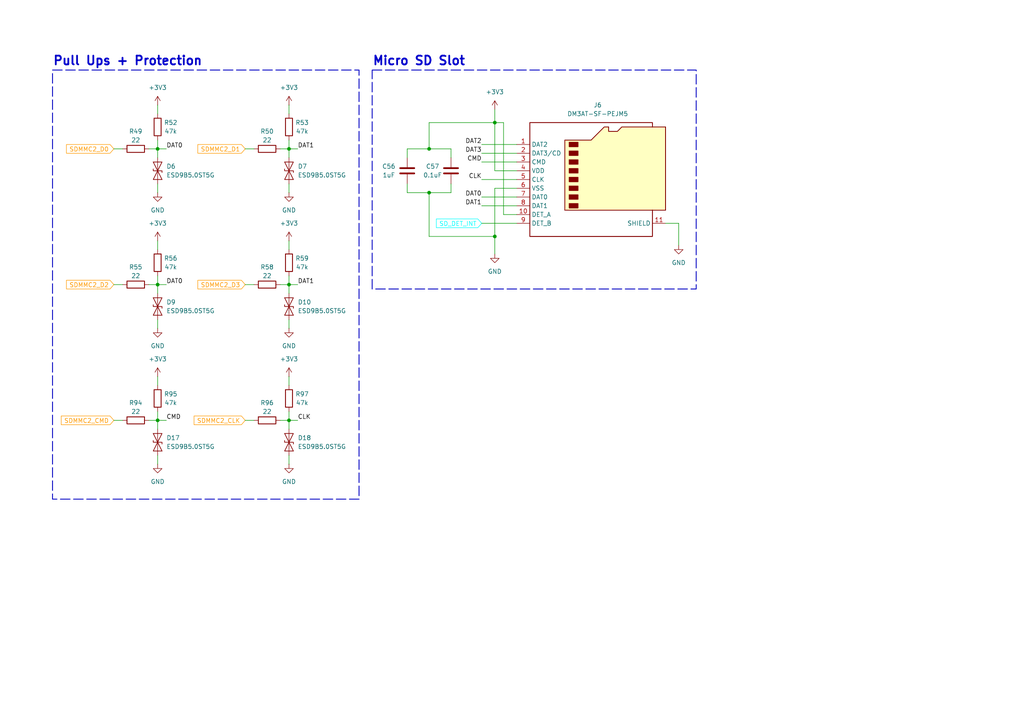
<source format=kicad_sch>
(kicad_sch (version 20250114) (generator "eeschema") (generator_version "9.0")
  (paper "A4")
  (title_block (title "HRVSTR") (date "2025-07-13") (rev "V1.0") (company "Smuggr"))
  (lib_symbols
    (symbol "Connector:Micro_SD_Card_Det2"
      (property "Reference" "J" (at -16.51 17.78 0))
      (property "Value" "Micro_SD_Card_Det2" (at 16.51 17.78 0))
      (symbol "Micro_SD_Card_Det2_0_1"
        (polyline (pts (xy -8.89 -8.89) (xy -8.89 11.43) (xy -1.27 11.43) (xy 2.54 15.24) (xy 3.81 15.24) (xy 3.81 13.97) (xy 6.35 13.97) (xy 7.62 15.24) (xy 20.32 15.24) (xy 20.32 -8.89) (xy -8.89 -8.89)) (stroke (width 0.254)) (fill (type background)))
        (rectangle (start -7.62 10.795) (end -5.08 9.525) (stroke (width 0.254)) (fill (type outline)))
        (rectangle (start -7.62 8.255) (end -5.08 6.985) (stroke (width 0.254)) (fill (type outline)))
        (rectangle (start -7.62 5.715) (end -5.08 4.445) (stroke (width 0.254)) (fill (type outline)))
        (rectangle (start -7.62 3.175) (end -5.08 1.905) (stroke (width 0.254)) (fill (type outline)))
        (rectangle (start -7.62 0.635) (end -5.08 -0.635) (stroke (width 0.254)) (fill (type outline)))
        (rectangle (start -7.62 -1.905) (end -5.08 -3.175) (stroke (width 0.254)) (fill (type outline)))
        (rectangle (start -7.62 -4.445) (end -5.08 -5.715) (stroke (width 0.254)) (fill (type outline)))
        (rectangle (start -7.62 -6.985) (end -5.08 -8.255) (stroke (width 0.254)) (fill (type outline)))
        (polyline (pts (xy 16.51 15.24) (xy 16.51 16.51) (xy -19.05 16.51) (xy -19.05 -16.51) (xy 16.51 -16.51) (xy 16.51 -8.89)) (stroke (width 0.254)))
      )
      (symbol "Micro_SD_Card_Det2_1_1"
        (pin bidirectional line (at -22.86 10.16 0) (length 3.81) (name "DAT2") (number "1"))
        (pin bidirectional line (at -22.86 7.62 0) (length 3.81) (name "DAT3/CD") (number "2"))
        (pin input line (at -22.86 5.08 0) (length 3.81) (name "CMD") (number "3"))
        (pin power_in line (at -22.86 2.54 0) (length 3.81) (name "VDD") (number "4"))
        (pin input line (at -22.86 0 0) (length 3.81) (name "CLK") (number "5"))
        (pin power_in line (at -22.86 -2.54 0) (length 3.81) (name "VSS") (number "6"))
        (pin bidirectional line (at -22.86 -5.08 0) (length 3.81) (name "DAT0") (number "7"))
        (pin bidirectional line (at -22.86 -7.62 0) (length 3.81) (name "DAT1") (number "8"))
        (pin passive line (at -22.86 -10.16 0) (length 3.81) (name "DET_A") (number "10"))
        (pin passive line (at -22.86 -12.7 0) (length 3.81) (name "DET_B") (number "9"))
        (pin passive line (at 20.32 -12.7 180) (length 3.81) (name "SHIELD") (number "11"))
      )
    )
    (symbol "Device:C" (pin_numbers (hide yes)) (pin_names (offset 0.254))
      (property "Reference" "C" (at 0.635 2.54 0))
      (property "Value" "C" (at 0.635 -2.54 0))
      (symbol "C_0_1"
        (polyline (pts (xy -2.032 0.762) (xy 2.032 0.762)) (stroke (width 0.508)))
        (polyline (pts (xy -2.032 -0.762) (xy 2.032 -0.762)) (stroke (width 0.508)))
      )
      (symbol "C_1_1"
        (pin passive line (at 0 3.81 270) (length 2.794) (name "~") (number "1"))
        (pin passive line (at 0 -3.81 90) (length 2.794) (name "~") (number "2"))
      )
    )
    (symbol "Device:R" (pin_numbers (hide yes)) (pin_names (offset 0))
      (property "Reference" "R" (at 2.032 0 90))
      (property "Value" "R" (at 0 0 90))
      (symbol "R_0_1"
        (rectangle (start -1.016 -2.54) (end 1.016 2.54) (stroke (width 0.254)))
      )
      (symbol "R_1_1"
        (pin passive line (at 0 3.81 270) (length 1.27) (name "~") (number "1"))
        (pin passive line (at 0 -3.81 90) (length 1.27) (name "~") (number "2"))
      )
    )
    (symbol "Diode:ESD9B5.0ST5G" (pin_numbers (hide yes)) (pin_names (offset 1.016) (hide yes))
      (property "Reference" "D" (at 0 2.54 0))
      (property "Value" "ESD9B5.0ST5G" (at 0 -2.54 0))
      (symbol "ESD9B5.0ST5G_0_1"
        (polyline (pts (xy -2.54 -1.27) (xy 0 0) (xy -2.54 1.27) (xy -2.54 -1.27)) (stroke (width 0.2032)))
        (polyline (pts (xy 0.508 1.27) (xy 0 1.27) (xy 0 -1.27) (xy -0.508 -1.27)) (stroke (width 0.2032)))
        (polyline (pts (xy 1.27 0) (xy -1.27 0)))
        (polyline (pts (xy 2.54 1.27) (xy 2.54 -1.27) (xy 0 0) (xy 2.54 1.27)) (stroke (width 0.2032)))
      )
      (symbol "ESD9B5.0ST5G_1_1"
        (pin passive line (at -3.81 0 0) (length 2.54) (name "A1") (number "1"))
        (pin passive line (at 3.81 0 180) (length 2.54) (name "A2") (number "2"))
      )
    )
    (symbol "power:+3V3" (power) (pin_numbers (hide yes)) (pin_names (offset 0) (hide yes))
      (property "Value" "+3V3" (at 0 3.556 0))
      (symbol "+3V3_0_1"
        (polyline (pts (xy -0.762 1.27) (xy 0 2.54)))
        (polyline (pts (xy 0 2.54) (xy 0.762 1.27)))
        (polyline (pts (xy 0 0) (xy 0 2.54)))
      )
      (symbol "+3V3_1_1"
        (pin power_in line (at 0 0 90) (length 0) (name "~") (number "1"))
      )
    )
    (symbol "power:GND" (power) (pin_numbers (hide yes)) (pin_names (offset 0) (hide yes))
      (property "Value" "GND" (at 0 -3.81 0))
      (symbol "GND_0_1"
        (polyline (pts (xy 0 0) (xy 0 -1.27) (xy 1.27 -1.27) (xy 0 -2.54) (xy -1.27 -1.27) (xy 0 -1.27)))
      )
      (symbol "GND_1_1"
        (pin power_in line (at 0 0 270) (length 0) (name "~") (number "1"))
      )
    )
  )
  (rectangle (start 107.95 20.32) (end 201.93 83.82) (stroke (width 0.254) (type dash)))
  (rectangle (start 15.24 20.32) (end 104.14 144.78) (stroke (width 0.254) (type dash)))
  (text "Pull Ups + Protection" (at 15.24 17.78 0) (effects (font (size 2.54 2.54) (thickness 0.508) (bold yes)) (justify left)))
  (text "Micro SD Slot" (at 107.95 17.78 0) (effects (font (size 2.54 2.54) (thickness 0.508) (bold yes)) (justify left)))
  (junction (at 45.72 82.55))
  (junction (at 124.46 43.18))
  (junction (at 83.82 82.55))
  (junction (at 45.72 121.92))
  (junction (at 143.51 68.58))
  (junction (at 124.46 55.88))
  (junction (at 143.51 35.56))
  (junction (at 45.72 43.18))
  (junction (at 83.82 121.92))
  (junction (at 83.82 43.18))
  (wire (pts (xy 71.12 82.55) (xy 73.66 82.55)))
  (wire (pts (xy 143.51 49.53) (xy 149.86 49.53)))
  (wire (pts (xy 139.7 57.15) (xy 149.86 57.15)))
  (wire (pts (xy 118.11 55.88) (xy 118.11 53.34)))
  (wire (pts (xy 83.82 119.38) (xy 83.82 121.92)))
  (wire (pts (xy 83.82 121.92) (xy 83.82 124.46)))
  (wire (pts (xy 139.7 52.07) (xy 149.86 52.07)))
  (wire (pts (xy 124.46 43.18) (xy 118.11 43.18)))
  (wire (pts (xy 45.72 121.92) (xy 45.72 124.46)))
  (wire (pts (xy 83.82 40.64) (xy 83.82 43.18)))
  (wire (pts (xy 83.82 92.71) (xy 83.82 95.25)))
  (wire (pts (xy 45.72 80.01) (xy 45.72 82.55)))
  (wire (pts (xy 83.82 80.01) (xy 83.82 82.55)))
  (wire (pts (xy 83.82 69.85) (xy 83.82 72.39)))
  (wire (pts (xy 45.72 69.85) (xy 45.72 72.39)))
  (wire (pts (xy 146.05 62.23) (xy 146.05 35.56)))
  (wire (pts (xy 130.81 55.88) (xy 130.81 53.34)))
  (wire (pts (xy 45.72 82.55) (xy 48.26 82.55)))
  (wire (pts (xy 81.28 121.92) (xy 83.82 121.92)))
  (wire (pts (xy 71.12 43.18) (xy 73.66 43.18)))
  (wire (pts (xy 71.12 121.92) (xy 73.66 121.92)))
  (wire (pts (xy 124.46 55.88) (xy 130.81 55.88)))
  (wire (pts (xy 45.72 109.22) (xy 45.72 111.76)))
  (wire (pts (xy 143.51 31.75) (xy 143.51 35.56)))
  (wire (pts (xy 83.82 43.18) (xy 83.82 45.72)))
  (wire (pts (xy 139.7 44.45) (xy 149.86 44.45)))
  (wire (pts (xy 196.85 71.12) (xy 196.85 64.77)))
  (wire (pts (xy 139.7 59.69) (xy 149.86 59.69)))
  (wire (pts (xy 83.82 109.22) (xy 83.82 111.76)))
  (wire (pts (xy 81.28 82.55) (xy 83.82 82.55)))
  (wire (pts (xy 124.46 55.88) (xy 124.46 68.58)))
  (wire (pts (xy 83.82 132.08) (xy 83.82 134.62)))
  (wire (pts (xy 130.81 45.72) (xy 130.81 43.18)))
  (wire (pts (xy 45.72 121.92) (xy 48.26 121.92)))
  (wire (pts (xy 139.7 41.91) (xy 149.86 41.91)))
  (wire (pts (xy 45.72 43.18) (xy 45.72 45.72)))
  (wire (pts (xy 118.11 45.72) (xy 118.11 43.18)))
  (wire (pts (xy 124.46 35.56) (xy 143.51 35.56)))
  (wire (pts (xy 33.02 43.18) (xy 35.56 43.18)))
  (wire (pts (xy 83.82 82.55) (xy 86.36 82.55)))
  (wire (pts (xy 196.85 64.77) (xy 193.04 64.77)))
  (wire (pts (xy 83.82 121.92) (xy 86.36 121.92)))
  (wire (pts (xy 43.18 121.92) (xy 45.72 121.92)))
  (wire (pts (xy 139.7 46.99) (xy 149.86 46.99)))
  (wire (pts (xy 81.28 43.18) (xy 83.82 43.18)))
  (wire (pts (xy 45.72 30.48) (xy 45.72 33.02)))
  (wire (pts (xy 143.51 35.56) (xy 143.51 49.53)))
  (wire (pts (xy 45.72 40.64) (xy 45.72 43.18)))
  (wire (pts (xy 146.05 35.56) (xy 143.51 35.56)))
  (wire (pts (xy 143.51 73.66) (xy 143.51 68.58)))
  (wire (pts (xy 149.86 62.23) (xy 146.05 62.23)))
  (wire (pts (xy 43.18 43.18) (xy 45.72 43.18)))
  (wire (pts (xy 83.82 53.34) (xy 83.82 55.88)))
  (wire (pts (xy 45.72 92.71) (xy 45.72 95.25)))
  (wire (pts (xy 130.81 43.18) (xy 124.46 43.18)))
  (wire (pts (xy 118.11 55.88) (xy 124.46 55.88)))
  (wire (pts (xy 45.72 132.08) (xy 45.72 134.62)))
  (wire (pts (xy 139.7 64.77) (xy 149.86 64.77)))
  (wire (pts (xy 83.82 82.55) (xy 83.82 85.09)))
  (wire (pts (xy 33.02 82.55) (xy 35.56 82.55)))
  (wire (pts (xy 43.18 82.55) (xy 45.72 82.55)))
  (wire (pts (xy 83.82 30.48) (xy 83.82 33.02)))
  (wire (pts (xy 124.46 68.58) (xy 143.51 68.58)))
  (wire (pts (xy 45.72 53.34) (xy 45.72 55.88)))
  (wire (pts (xy 124.46 43.18) (xy 124.46 35.56)))
  (wire (pts (xy 143.51 54.61) (xy 149.86 54.61)))
  (wire (pts (xy 45.72 82.55) (xy 45.72 85.09)))
  (wire (pts (xy 45.72 43.18) (xy 48.26 43.18)))
  (wire (pts (xy 33.02 121.92) (xy 35.56 121.92)))
  (wire (pts (xy 83.82 43.18) (xy 86.36 43.18)))
  (wire (pts (xy 45.72 119.38) (xy 45.72 121.92)))
  (wire (pts (xy 143.51 68.58) (xy 143.51 54.61)))
  (label "DAT1" (at 139.7 59.69 180))
  (label "CLK" (at 139.7 52.07 180))
  (label "CMD" (at 48.26 121.92 0))
  (label "DAT0" (at 48.26 43.18 0))
  (label "DAT0" (at 48.26 82.55 0))
  (label "DAT2" (at 139.7 41.91 180))
  (label "CLK" (at 86.36 121.92 0))
  (label "CMD" (at 139.7 46.99 180))
  (label "DAT0" (at 139.7 57.15 180))
  (label "DAT1" (at 86.36 43.18 0))
  (label "DAT1" (at 86.36 82.55 0))
  (label "DAT3" (at 139.7 44.45 180))
  (global_label "SDMMC2_D3" (shape input) (at 71.12 82.55 180) (property "Intersheetrefs" "${INTERSHEET_REFS}" (effects (hide yes))))
  (global_label "SDMMC2_CMD" (shape input) (at 33.02 121.92 180) (property "Intersheetrefs" "${INTERSHEET_REFS}" (effects (hide yes))))
  (global_label "SDMMC2_D2" (shape input) (at 33.02 82.55 180) (property "Intersheetrefs" "${INTERSHEET_REFS}" (effects (hide yes))))
  (global_label "SD_DET_INT" (shape input) (at 139.7 64.77 180) (property "Intersheetrefs" "${INTERSHEET_REFS}" (effects (hide yes))))
  (global_label "SDMMC2_D0" (shape input) (at 33.02 43.18 180) (property "Intersheetrefs" "${INTERSHEET_REFS}" (effects (hide yes))))
  (global_label "SDMMC2_D1" (shape input) (at 71.12 43.18 180) (property "Intersheetrefs" "${INTERSHEET_REFS}" (effects (hide yes))))
  (global_label "SDMMC2_CLK" (shape input) (at 71.12 121.92 180) (property "Intersheetrefs" "${INTERSHEET_REFS}" (effects (hide yes))))
  (symbol (lib_id "Device:R") (at 77.47 43.18 90) (mirror x) (unit 1)
    (property "Reference" "R50" (at 77.47 38.1 90))
    (property "Value" "22" (at 77.47 40.64 90))
    (property "Description" "Resistor" (effects (hide yes)))
  )
  (symbol (lib_id "Device:R") (at 39.37 121.92 90) (mirror x) (unit 1)
    (property "Reference" "R94" (at 39.37 116.84 90))
    (property "Value" "22" (at 39.37 119.38 90))
    (property "Description" "Resistor" (effects (hide yes)))
  )
  (symbol (lib_id "power:+3V3") (at 83.82 109.22 0) (unit 1)
    (property "Reference" "#PWR0181" (effects (hide yes)))
    (property "Value" "+3V3" (at 83.82 104.14 0))
    (property "Description" "Power symbol creates a global label with name \"+3V3\"" (effects (hide yes)))
  )
  (symbol (lib_id "Device:R") (at 77.47 82.55 90) (mirror x) (unit 1)
    (property "Reference" "R58" (at 77.47 77.47 90))
    (property "Value" "22" (at 77.47 80.01 90))
    (property "Description" "Resistor" (effects (hide yes)))
  )
  (symbol (lib_id "Device:R") (at 39.37 82.55 90) (mirror x) (unit 1)
    (property "Reference" "R55" (at 39.37 77.47 90))
    (property "Value" "22" (at 39.37 80.01 90))
    (property "Description" "Resistor" (effects (hide yes)))
  )
  (symbol (lib_id "power:+3V3") (at 45.72 109.22 0) (unit 1)
    (property "Reference" "#PWR0179" (effects (hide yes)))
    (property "Value" "+3V3" (at 45.72 104.14 0))
    (property "Description" "Power symbol creates a global label with name \"+3V3\"" (effects (hide yes)))
  )
  (symbol (lib_id "Diode:ESD9B5.0ST5G") (at 83.82 128.27 90) (unit 1)
    (property "Reference" "D18" (at 86.36 126.9999 90) (effects (justify right)))
    (property "Value" "ESD9B5.0ST5G" (at 86.36 129.5399 90) (effects (justify right)))
    (property "Footprint" "Diode_SMD:D_SOD-923" (effects (hide yes)))
    (property "Datasheet" "https://www.onsemi.com/pub/Collateral/ESD9B-D.PDF" (effects (hide yes)))
    (property "Description" "ESD protection diode, 5.0Vrwm, SOD-923" (effects (hide yes)))
  )
  (symbol (lib_id "power:GND") (at 45.72 55.88 0) (unit 1)
    (property "Reference" "#PWR088" (effects (hide yes)))
    (property "Value" "GND" (at 45.72 60.96 0))
    (property "Description" "Power symbol creates a global label with name \"GND\" , ground" (effects (hide yes)))
  )
  (symbol (lib_id "Device:R") (at 83.82 36.83 180) (unit 1)
    (property "Reference" "R53" (at 87.63 35.56 0))
    (property "Value" "47k" (at 87.63 38.1 0))
    (property "Description" "Resistor" (effects (hide yes)))
  )
  (symbol (lib_id "power:GND") (at 45.72 95.25 0) (unit 1)
    (property "Reference" "#PWR094" (effects (hide yes)))
    (property "Value" "GND" (at 45.72 100.33 0))
    (property "Description" "Power symbol creates a global label with name \"GND\" , ground" (effects (hide yes)))
  )
  (symbol (lib_id "power:GND") (at 83.82 55.88 0) (unit 1)
    (property "Reference" "#PWR090" (effects (hide yes)))
    (property "Value" "GND" (at 83.82 60.96 0))
    (property "Description" "Power symbol creates a global label with name \"GND\" , ground" (effects (hide yes)))
  )
  (symbol (lib_id "power:GND") (at 196.85 71.12 0) (unit 1)
    (property "Reference" "#PWR0101" (effects (hide yes)))
    (property "Value" "GND" (at 196.85 76.2 0))
    (property "Description" "Power symbol creates a global label with name \"GND\" , ground" (effects (hide yes)))
  )
  (symbol (lib_id "Device:R") (at 39.37 43.18 90) (mirror x) (unit 1)
    (property "Reference" "R49" (at 39.37 38.1 90))
    (property "Value" "22" (at 39.37 40.64 90))
    (property "Description" "Resistor" (effects (hide yes)))
  )
  (symbol (lib_id "Diode:ESD9B5.0ST5G") (at 45.72 128.27 90) (unit 1)
    (property "Reference" "D17" (at 48.26 126.9999 90) (effects (justify right)))
    (property "Value" "ESD9B5.0ST5G" (at 48.26 129.5399 90) (effects (justify right)))
    (property "Footprint" "Diode_SMD:D_SOD-923" (effects (hide yes)))
    (property "Datasheet" "https://www.onsemi.com/pub/Collateral/ESD9B-D.PDF" (effects (hide yes)))
    (property "Description" "ESD protection diode, 5.0Vrwm, SOD-923" (effects (hide yes)))
  )
  (symbol (lib_id "Device:R") (at 83.82 115.57 180) (unit 1)
    (property "Reference" "R97" (at 87.63 114.3 0))
    (property "Value" "47k" (at 87.63 116.84 0))
    (property "Description" "Resistor" (effects (hide yes)))
  )
  (symbol (lib_id "Device:C") (at 130.81 49.53 0) (unit 1)
    (property "Reference" "C57" (at 125.476 48.26 0))
    (property "Value" "0.1uF" (at 125.476 50.8 0))
    (property "Description" "Unpolarized capacitor" (effects (hide yes)))
  )
  (symbol (lib_id "power:+3V3") (at 83.82 30.48 0) (unit 1)
    (property "Reference" "#PWR089" (effects (hide yes)))
    (property "Value" "+3V3" (at 83.82 25.4 0))
    (property "Description" "Power symbol creates a global label with name \"+3V3\"" (effects (hide yes)))
  )
  (symbol (lib_id "Diode:ESD9B5.0ST5G") (at 45.72 49.53 90) (unit 1)
    (property "Reference" "D6" (at 48.26 48.2599 90) (effects (justify right)))
    (property "Value" "ESD9B5.0ST5G" (at 48.26 50.7999 90) (effects (justify right)))
    (property "Footprint" "Diode_SMD:D_SOD-923" (effects (hide yes)))
    (property "Datasheet" "https://www.onsemi.com/pub/Collateral/ESD9B-D.PDF" (effects (hide yes)))
    (property "Description" "ESD protection diode, 5.0Vrwm, SOD-923" (effects (hide yes)))
  )
  (symbol (lib_id "Device:R") (at 45.72 76.2 180) (unit 1)
    (property "Reference" "R56" (at 49.53 74.93 0))
    (property "Value" "47k" (at 49.53 77.47 0))
    (property "Description" "Resistor" (effects (hide yes)))
  )
  (symbol (lib_id "power:+3V3") (at 83.82 69.85 0) (unit 1)
    (property "Reference" "#PWR095" (effects (hide yes)))
    (property "Value" "+3V3" (at 83.82 64.77 0))
    (property "Description" "Power symbol creates a global label with name \"+3V3\"" (effects (hide yes)))
  )
  (symbol (lib_id "Device:R") (at 83.82 76.2 180) (unit 1)
    (property "Reference" "R59" (at 87.63 74.93 0))
    (property "Value" "47k" (at 87.63 77.47 0))
    (property "Description" "Resistor" (effects (hide yes)))
  )
  (symbol (lib_id "power:GND") (at 83.82 95.25 0) (unit 1)
    (property "Reference" "#PWR096" (effects (hide yes)))
    (property "Value" "GND" (at 83.82 100.33 0))
    (property "Description" "Power symbol creates a global label with name \"GND\" , ground" (effects (hide yes)))
  )
  (symbol (lib_id "power:GND") (at 83.82 134.62 0) (unit 1)
    (property "Reference" "#PWR0182" (effects (hide yes)))
    (property "Value" "GND" (at 83.82 139.7 0))
    (property "Description" "Power symbol creates a global label with name \"GND\" , ground" (effects (hide yes)))
  )
  (symbol (lib_id "Device:R") (at 45.72 36.83 180) (unit 1)
    (property "Reference" "R52" (at 49.53 35.56 0))
    (property "Value" "47k" (at 49.53 38.1 0))
    (property "Description" "Resistor" (effects (hide yes)))
  )
  (symbol (lib_id "power:+3V3") (at 143.51 31.75 0) (unit 1)
    (property "Reference" "#PWR099" (effects (hide yes)))
    (property "Value" "+3V3" (at 143.51 26.67 0))
    (property "Description" "Power symbol creates a global label with name \"+3V3\"" (effects (hide yes)))
  )
  (symbol (lib_id "Connector:Micro_SD_Card_Det2") (at 172.72 52.07 0) (unit 1)
    (property "Reference" "J6" (at 173.355 30.48 0))
    (property "Value" "DM3AT-SF-PEJM5" (at 173.355 33.02 0))
    (property "Datasheet" "https://www.hirose.com/en/product/document?clcode=&productname=&series=DM3&documenttype=Catalog&lang=en&documentid=D49662_en" (effects (hide yes)))
    (property "Description" "Micro SD Card Socket with two card detection pins" (effects (hide yes)))
  )
  (symbol (lib_id "Device:R") (at 77.47 121.92 90) (mirror x) (unit 1)
    (property "Reference" "R96" (at 77.47 116.84 90))
    (property "Value" "22" (at 77.47 119.38 90))
    (property "Description" "Resistor" (effects (hide yes)))
  )
  (symbol (lib_id "Diode:ESD9B5.0ST5G") (at 83.82 88.9 90) (unit 1)
    (property "Reference" "D10" (at 86.36 87.6299 90) (effects (justify right)))
    (property "Value" "ESD9B5.0ST5G" (at 86.36 90.1699 90) (effects (justify right)))
    (property "Footprint" "Diode_SMD:D_SOD-923" (effects (hide yes)))
    (property "Datasheet" "https://www.onsemi.com/pub/Collateral/ESD9B-D.PDF" (effects (hide yes)))
    (property "Description" "ESD protection diode, 5.0Vrwm, SOD-923" (effects (hide yes)))
  )
  (symbol (lib_id "power:GND") (at 143.51 73.66 0) (unit 1)
    (property "Reference" "#PWR0100" (effects (hide yes)))
    (property "Value" "GND" (at 143.51 78.74 0))
    (property "Description" "Power symbol creates a global label with name \"GND\" , ground" (effects (hide yes)))
  )
  (symbol (lib_id "Diode:ESD9B5.0ST5G") (at 83.82 49.53 90) (unit 1)
    (property "Reference" "D7" (at 86.36 48.2599 90) (effects (justify right)))
    (property "Value" "ESD9B5.0ST5G" (at 86.36 50.7999 90) (effects (justify right)))
    (property "Footprint" "Diode_SMD:D_SOD-923" (effects (hide yes)))
    (property "Datasheet" "https://www.onsemi.com/pub/Collateral/ESD9B-D.PDF" (effects (hide yes)))
    (property "Description" "ESD protection diode, 5.0Vrwm, SOD-923" (effects (hide yes)))
  )
  (symbol (lib_id "power:+3V3") (at 45.72 69.85 0) (unit 1)
    (property "Reference" "#PWR093" (effects (hide yes)))
    (property "Value" "+3V3" (at 45.72 64.77 0))
    (property "Description" "Power symbol creates a global label with name \"+3V3\"" (effects (hide yes)))
  )
  (symbol (lib_id "power:+3V3") (at 45.72 30.48 0) (unit 1)
    (property "Reference" "#PWR087" (effects (hide yes)))
    (property "Value" "+3V3" (at 45.72 25.4 0))
    (property "Description" "Power symbol creates a global label with name \"+3V3\"" (effects (hide yes)))
  )
  (symbol (lib_id "Device:R") (at 45.72 115.57 180) (unit 1)
    (property "Reference" "R95" (at 49.53 114.3 0))
    (property "Value" "47k" (at 49.53 116.84 0))
    (property "Description" "Resistor" (effects (hide yes)))
  )
  (symbol (lib_id "power:GND") (at 45.72 134.62 0) (unit 1)
    (property "Reference" "#PWR0180" (effects (hide yes)))
    (property "Value" "GND" (at 45.72 139.7 0))
    (property "Description" "Power symbol creates a global label with name \"GND\" , ground" (effects (hide yes)))
  )
  (symbol (lib_id "Device:C") (at 118.11 49.53 0) (unit 1)
    (property "Reference" "C56" (at 112.776 48.26 0))
    (property "Value" "1uF" (at 112.776 50.8 0))
    (property "Description" "Unpolarized capacitor" (effects (hide yes)))
  )
  (symbol (lib_id "Diode:ESD9B5.0ST5G") (at 45.72 88.9 90) (unit 1)
    (property "Reference" "D9" (at 48.26 87.6299 90) (effects (justify right)))
    (property "Value" "ESD9B5.0ST5G" (at 48.26 90.1699 90) (effects (justify right)))
    (property "Footprint" "Diode_SMD:D_SOD-923" (effects (hide yes)))
    (property "Datasheet" "https://www.onsemi.com/pub/Collateral/ESD9B-D.PDF" (effects (hide yes)))
    (property "Description" "ESD protection diode, 5.0Vrwm, SOD-923" (effects (hide yes)))
  )
)
</source>
